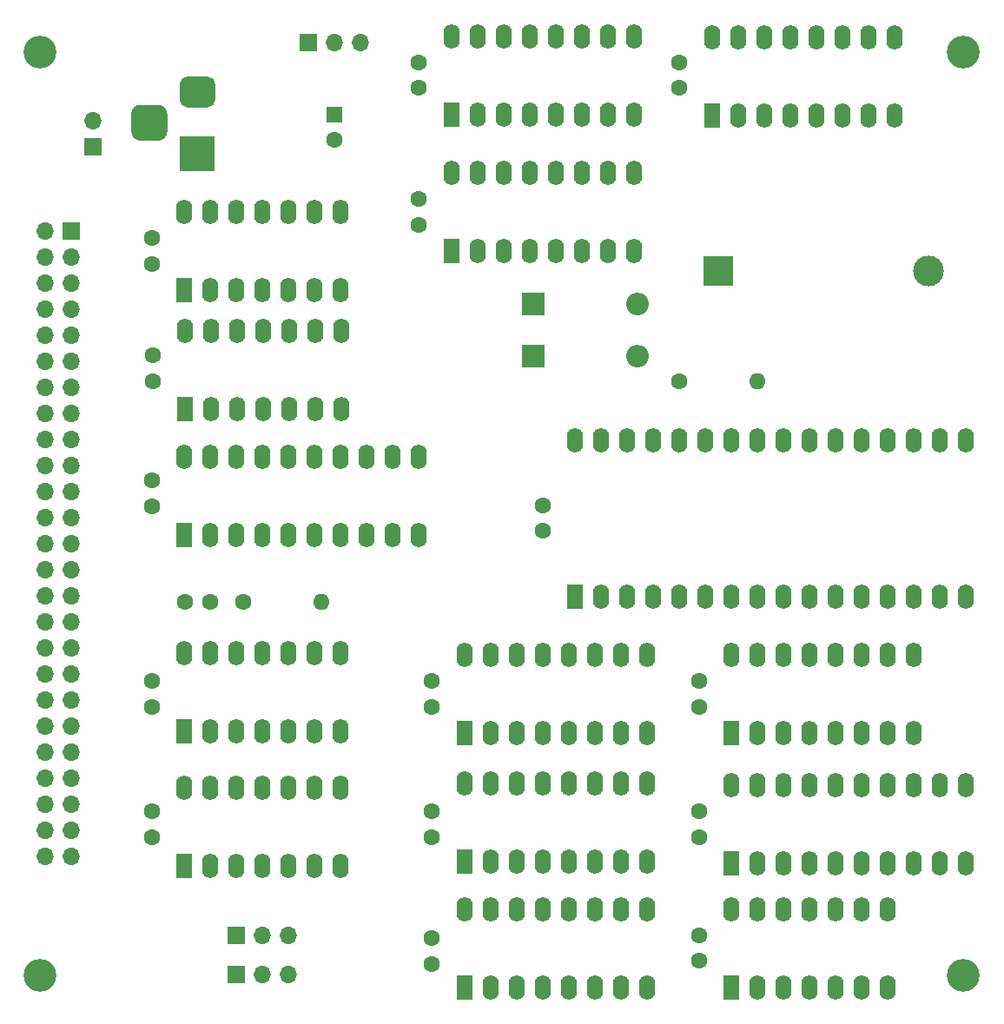
<source format=gts>
G04 #@! TF.GenerationSoftware,KiCad,Pcbnew,(5.1.9)-1*
G04 #@! TF.CreationDate,2025-12-17T22:19:06+09:00*
G04 #@! TF.ProjectId,MZ700_EMM,4d5a3730-305f-4454-9d4d-2e6b69636164,rev?*
G04 #@! TF.SameCoordinates,PX53920b0PY93c3260*
G04 #@! TF.FileFunction,Soldermask,Top*
G04 #@! TF.FilePolarity,Negative*
%FSLAX46Y46*%
G04 Gerber Fmt 4.6, Leading zero omitted, Abs format (unit mm)*
G04 Created by KiCad (PCBNEW (5.1.9)-1) date 2025-12-17 22:19:06*
%MOMM*%
%LPD*%
G01*
G04 APERTURE LIST*
%ADD10R,1.700000X1.700000*%
%ADD11O,1.700000X1.700000*%
%ADD12R,3.500000X3.500000*%
%ADD13C,3.200000*%
%ADD14R,1.600000X1.600000*%
%ADD15C,1.600000*%
%ADD16C,3.000000*%
%ADD17R,3.000000X3.000000*%
%ADD18O,2.200000X2.200000*%
%ADD19R,2.200000X2.200000*%
%ADD20O,1.600000X1.600000*%
%ADD21R,1.600000X2.400000*%
%ADD22O,1.600000X2.400000*%
G04 APERTURE END LIST*
D10*
X10160000Y85725000D03*
D11*
X10160000Y88265000D03*
D12*
X20320000Y85090000D03*
G36*
G01*
X19320000Y92590000D02*
X21320000Y92590000D01*
G75*
G02*
X22070000Y91840000I0J-750000D01*
G01*
X22070000Y90340000D01*
G75*
G02*
X21320000Y89590000I-750000J0D01*
G01*
X19320000Y89590000D01*
G75*
G02*
X18570000Y90340000I0J750000D01*
G01*
X18570000Y91840000D01*
G75*
G02*
X19320000Y92590000I750000J0D01*
G01*
G37*
G36*
G01*
X14745000Y89840000D02*
X16495000Y89840000D01*
G75*
G02*
X17370000Y88965000I0J-875000D01*
G01*
X17370000Y87215000D01*
G75*
G02*
X16495000Y86340000I-875000J0D01*
G01*
X14745000Y86340000D01*
G75*
G02*
X13870000Y87215000I0J875000D01*
G01*
X13870000Y88965000D01*
G75*
G02*
X14745000Y89840000I875000J0D01*
G01*
G37*
D10*
X8000000Y77500000D03*
D11*
X5460000Y77500000D03*
X8000000Y74960000D03*
X5460000Y74960000D03*
X8000000Y72420000D03*
X5460000Y72420000D03*
X8000000Y69880000D03*
X5460000Y69880000D03*
X8000000Y67340000D03*
X5460000Y67340000D03*
X8000000Y64800000D03*
X5460000Y64800000D03*
X8000000Y62260000D03*
X5460000Y62260000D03*
X8000000Y59720000D03*
X5460000Y59720000D03*
X8000000Y57180000D03*
X5460000Y57180000D03*
X8000000Y54640000D03*
X5460000Y54640000D03*
X8000000Y52100000D03*
X5460000Y52100000D03*
X8000000Y49560000D03*
X5460000Y49560000D03*
X8000000Y47020000D03*
X5460000Y47020000D03*
X8000000Y44480000D03*
X5460000Y44480000D03*
X8000000Y41940000D03*
X5460000Y41940000D03*
X8000000Y39400000D03*
X5460000Y39400000D03*
X8000000Y36860000D03*
X5460000Y36860000D03*
X8000000Y34320000D03*
X5460000Y34320000D03*
X8000000Y31780000D03*
X5460000Y31780000D03*
X8000000Y29240000D03*
X5460000Y29240000D03*
X8000000Y26700000D03*
X5460000Y26700000D03*
X8000000Y24160000D03*
X5460000Y24160000D03*
X8000000Y21620000D03*
X5460000Y21620000D03*
X8000000Y19080000D03*
X5460000Y19080000D03*
X8000000Y16540000D03*
X5460000Y16540000D03*
D10*
X31115000Y95885000D03*
D11*
X33655000Y95885000D03*
X36195000Y95885000D03*
D13*
X5000000Y95000000D03*
X95000000Y95000000D03*
X95000000Y5000000D03*
X5000000Y5000000D03*
D14*
X33655000Y88900000D03*
D15*
X33655000Y86400000D03*
D16*
X91610000Y73660000D03*
D17*
X71120000Y73660000D03*
D15*
X15875000Y20955000D03*
X15875000Y18455000D03*
X15875000Y33655000D03*
X15875000Y31155000D03*
X15875000Y74335000D03*
X15875000Y76835000D03*
X15875000Y50713000D03*
X15875000Y53213000D03*
X69215000Y8890000D03*
X69215000Y6390000D03*
X43180000Y33655000D03*
X43180000Y31155000D03*
X43180000Y6110000D03*
X43180000Y8610000D03*
X43180000Y20955000D03*
X43180000Y18455000D03*
X41910000Y78145000D03*
X41910000Y80645000D03*
X69215000Y33655000D03*
X69215000Y31155000D03*
X41910000Y93980000D03*
X41910000Y91480000D03*
X67310000Y91480000D03*
X67310000Y93980000D03*
X53975000Y48300000D03*
X53975000Y50800000D03*
X69215000Y20955000D03*
X69215000Y18455000D03*
X19090000Y41402000D03*
X21590000Y41402000D03*
D18*
X63175000Y65365000D03*
D19*
X53015000Y65365000D03*
X53015000Y70445000D03*
D18*
X63175000Y70445000D03*
D15*
X24765000Y41402000D03*
D20*
X32385000Y41402000D03*
D10*
X24130000Y5080000D03*
D11*
X26670000Y5080000D03*
X29210000Y5080000D03*
X29210000Y8890000D03*
X26670000Y8890000D03*
D10*
X24130000Y8890000D03*
D21*
X19050000Y15645000D03*
D22*
X34290000Y23265000D03*
X21590000Y15645000D03*
X31750000Y23265000D03*
X24130000Y15645000D03*
X29210000Y23265000D03*
X26670000Y15645000D03*
X26670000Y23265000D03*
X29210000Y15645000D03*
X24130000Y23265000D03*
X31750000Y15645000D03*
X21590000Y23265000D03*
X34290000Y15645000D03*
X19050000Y23265000D03*
X19050000Y36360000D03*
X34290000Y28740000D03*
X21590000Y36360000D03*
X31750000Y28740000D03*
X24130000Y36360000D03*
X29210000Y28740000D03*
X26670000Y36360000D03*
X26670000Y28740000D03*
X29210000Y36360000D03*
X24130000Y28740000D03*
X31750000Y36360000D03*
X21590000Y28740000D03*
X34290000Y36360000D03*
D21*
X19050000Y28740000D03*
X19050000Y47923000D03*
D22*
X41910000Y55543000D03*
X21590000Y47923000D03*
X39370000Y55543000D03*
X24130000Y47923000D03*
X36830000Y55543000D03*
X26670000Y47923000D03*
X34290000Y55543000D03*
X29210000Y47923000D03*
X31750000Y55543000D03*
X31750000Y47923000D03*
X29210000Y55543000D03*
X34290000Y47923000D03*
X26670000Y55543000D03*
X36830000Y47923000D03*
X24130000Y55543000D03*
X39370000Y47923000D03*
X21590000Y55543000D03*
X41910000Y47923000D03*
X19050000Y55543000D03*
X19050000Y79375000D03*
X34290000Y71755000D03*
X21590000Y79375000D03*
X31750000Y71755000D03*
X24130000Y79375000D03*
X29210000Y71755000D03*
X26670000Y79375000D03*
X26670000Y71755000D03*
X29210000Y79375000D03*
X24130000Y71755000D03*
X31750000Y79375000D03*
X21590000Y71755000D03*
X34290000Y79375000D03*
D21*
X19050000Y71755000D03*
D22*
X46355000Y36195000D03*
X64135000Y28575000D03*
X48895000Y36195000D03*
X61595000Y28575000D03*
X51435000Y36195000D03*
X59055000Y28575000D03*
X53975000Y36195000D03*
X56515000Y28575000D03*
X56515000Y36195000D03*
X53975000Y28575000D03*
X59055000Y36195000D03*
X51435000Y28575000D03*
X61595000Y36195000D03*
X48895000Y28575000D03*
X64135000Y36195000D03*
D21*
X46355000Y28575000D03*
X46355000Y3810000D03*
D22*
X64135000Y11430000D03*
X48895000Y3810000D03*
X61595000Y11430000D03*
X51435000Y3810000D03*
X59055000Y11430000D03*
X53975000Y3810000D03*
X56515000Y11430000D03*
X56515000Y3810000D03*
X53975000Y11430000D03*
X59055000Y3810000D03*
X51435000Y11430000D03*
X61595000Y3810000D03*
X48895000Y11430000D03*
X64135000Y3810000D03*
X46355000Y11430000D03*
X46355000Y23690000D03*
X64135000Y16070000D03*
X48895000Y23690000D03*
X61595000Y16070000D03*
X51435000Y23690000D03*
X59055000Y16070000D03*
X53975000Y23690000D03*
X56515000Y16070000D03*
X56515000Y23690000D03*
X53975000Y16070000D03*
X59055000Y23690000D03*
X51435000Y16070000D03*
X61595000Y23690000D03*
X48895000Y16070000D03*
X64135000Y23690000D03*
D21*
X46355000Y16070000D03*
X45085000Y75565000D03*
D22*
X62865000Y83185000D03*
X47625000Y75565000D03*
X60325000Y83185000D03*
X50165000Y75565000D03*
X57785000Y83185000D03*
X52705000Y75565000D03*
X55245000Y83185000D03*
X55245000Y75565000D03*
X52705000Y83185000D03*
X57785000Y75565000D03*
X50165000Y83185000D03*
X60325000Y75565000D03*
X47625000Y83185000D03*
X62865000Y75565000D03*
X45085000Y83185000D03*
D21*
X72390000Y28575000D03*
D22*
X90170000Y36195000D03*
X74930000Y28575000D03*
X87630000Y36195000D03*
X77470000Y28575000D03*
X85090000Y36195000D03*
X80010000Y28575000D03*
X82550000Y36195000D03*
X82550000Y28575000D03*
X80010000Y36195000D03*
X85090000Y28575000D03*
X77470000Y36195000D03*
X87630000Y28575000D03*
X74930000Y36195000D03*
X90170000Y28575000D03*
X72390000Y36195000D03*
D21*
X45085000Y88900000D03*
D22*
X62865000Y96520000D03*
X47625000Y88900000D03*
X60325000Y96520000D03*
X50165000Y88900000D03*
X57785000Y96520000D03*
X52705000Y88900000D03*
X55245000Y96520000D03*
X55245000Y88900000D03*
X52705000Y96520000D03*
X57785000Y88900000D03*
X50165000Y96520000D03*
X60325000Y88900000D03*
X47625000Y96520000D03*
X62865000Y88900000D03*
X45085000Y96520000D03*
X70485000Y96375000D03*
X88265000Y88755000D03*
X73025000Y96375000D03*
X85725000Y88755000D03*
X75565000Y96375000D03*
X83185000Y88755000D03*
X78105000Y96375000D03*
X80645000Y88755000D03*
X80645000Y96375000D03*
X78105000Y88755000D03*
X83185000Y96375000D03*
X75565000Y88755000D03*
X85725000Y96375000D03*
X73025000Y88755000D03*
X88265000Y96375000D03*
D21*
X70485000Y88755000D03*
X57150000Y41910000D03*
D22*
X95250000Y57150000D03*
X59690000Y41910000D03*
X92710000Y57150000D03*
X62230000Y41910000D03*
X90170000Y57150000D03*
X64770000Y41910000D03*
X87630000Y57150000D03*
X67310000Y41910000D03*
X85090000Y57150000D03*
X69850000Y41910000D03*
X82550000Y57150000D03*
X72390000Y41910000D03*
X80010000Y57150000D03*
X74930000Y41910000D03*
X77470000Y57150000D03*
X77470000Y41910000D03*
X74930000Y57150000D03*
X80010000Y41910000D03*
X72390000Y57150000D03*
X82550000Y41910000D03*
X69850000Y57150000D03*
X85090000Y41910000D03*
X67310000Y57150000D03*
X87630000Y41910000D03*
X64770000Y57150000D03*
X90170000Y41910000D03*
X62230000Y57150000D03*
X92710000Y41910000D03*
X59690000Y57150000D03*
X95250000Y41910000D03*
X57150000Y57150000D03*
D21*
X72390000Y3810000D03*
D22*
X87630000Y11430000D03*
X74930000Y3810000D03*
X85090000Y11430000D03*
X77470000Y3810000D03*
X82550000Y11430000D03*
X80010000Y3810000D03*
X80010000Y11430000D03*
X82550000Y3810000D03*
X77470000Y11430000D03*
X85090000Y3810000D03*
X74930000Y11430000D03*
X87630000Y3810000D03*
X72390000Y11430000D03*
X72390000Y23495000D03*
X95250000Y15875000D03*
X74930000Y23495000D03*
X92710000Y15875000D03*
X77470000Y23495000D03*
X90170000Y15875000D03*
X80010000Y23495000D03*
X87630000Y15875000D03*
X82550000Y23495000D03*
X85090000Y15875000D03*
X85090000Y23495000D03*
X82550000Y15875000D03*
X87630000Y23495000D03*
X80010000Y15875000D03*
X90170000Y23495000D03*
X77470000Y15875000D03*
X92710000Y23495000D03*
X74930000Y15875000D03*
X95250000Y23495000D03*
D21*
X72390000Y15875000D03*
D15*
X67310000Y62865000D03*
D20*
X74930000Y62865000D03*
D15*
X16002000Y65405000D03*
X16002000Y62905000D03*
D21*
X19081000Y60208000D03*
D22*
X34321000Y67828000D03*
X21621000Y60208000D03*
X31781000Y67828000D03*
X24161000Y60208000D03*
X29241000Y67828000D03*
X26701000Y60208000D03*
X26701000Y67828000D03*
X29241000Y60208000D03*
X24161000Y67828000D03*
X31781000Y60208000D03*
X21621000Y67828000D03*
X34321000Y60208000D03*
X19081000Y67828000D03*
M02*

</source>
